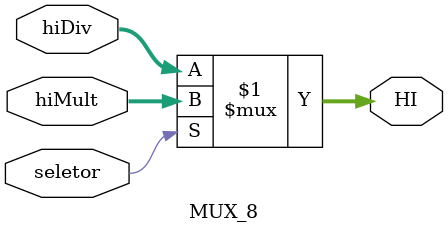
<source format=v>
module MUX_8 (
	input seletor,
	input [31:0] hiDiv,
	input [31:0] hiMult,
	output  [31:0] HI  
);

	assign HI = (seletor) ? hiMult : hiDiv;

endmodule 
</source>
